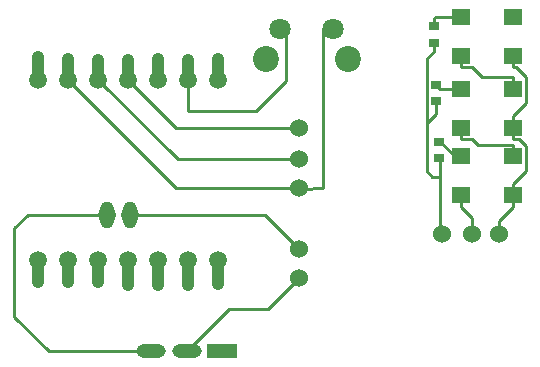
<source format=gtl>
G04 Layer: TopLayer*
G04 EasyEDA v6.5.44, 2024-07-16 23:05:10*
G04 d2859fdac7c24986be9c74e91a94c2b3,2d99afecd3cb4a319326ca3d9e85512b,10*
G04 Gerber Generator version 0.2*
G04 Scale: 100 percent, Rotated: No, Reflected: No *
G04 Dimensions in inches *
G04 leading zeros omitted , absolute positions ,3 integer and 6 decimal *
%FSLAX36Y36*%
%MOIN*%

%ADD10C,0.0100*%
%ADD11C,0.0394*%
%ADD12R,0.0354X0.0315*%
%ADD13R,0.0630X0.0551*%
%ADD14O,0.047244X0.09055099999999999*%
%ADD15R,0.0984X0.0472*%
%ADD16O,0.098425X0.047244*%
%ADD17C,0.0709*%
%ADD18C,0.0866*%
%ADD19C,0.0591*%
%ADD20C,0.0600*%

%LPD*%
D10*
X660000Y2910000D02*
G01*
X395000Y2910000D01*
X350000Y2865000D01*
X350000Y2570000D01*
X465000Y2455000D01*
X806899Y2455000D01*
X1413599Y3530000D02*
G01*
X1380000Y3530000D01*
X1380000Y3110000D01*
X1380000Y3000000D01*
X1305000Y2995000D01*
X1300000Y3000000D01*
X930000Y3360000D02*
G01*
X930000Y3255000D01*
X1155000Y3255000D01*
X1255000Y3355000D01*
X1255000Y3511399D01*
X1236400Y3530000D01*
X1300001Y3200000D02*
G01*
X890001Y3200000D01*
X730001Y3360000D01*
X925000Y2455000D02*
G01*
X1065219Y2595219D01*
X1195219Y2595219D01*
X1300000Y2700000D01*
D11*
X1030000Y3360000D02*
G01*
X1030000Y3430000D01*
X1030000Y2760000D02*
G01*
X1030000Y2680000D01*
X430000Y2760000D02*
G01*
X430000Y2685000D01*
X530000Y2760000D02*
G01*
X530000Y2685000D01*
X630000Y2760000D02*
G01*
X630000Y2685000D01*
X730000Y2760000D02*
G01*
X730000Y2675000D01*
X830000Y2760000D02*
G01*
X830000Y2675000D01*
X930000Y2760000D02*
G01*
X930000Y2675000D01*
X930000Y3360000D02*
G01*
X930000Y3425000D01*
X830000Y3360000D02*
G01*
X830000Y3430000D01*
X730000Y3360000D02*
G01*
X730000Y3425000D01*
X630000Y3360000D02*
G01*
X630000Y3425000D01*
X530000Y3360000D02*
G01*
X530000Y3430000D01*
X430000Y3360000D02*
G01*
X430000Y3435000D01*
D10*
X1300001Y3095000D02*
G01*
X895001Y3095000D01*
X630001Y3360000D01*
X734331Y2910000D02*
G01*
X1185001Y2910000D01*
X1300001Y2795000D01*
X1300001Y3000000D02*
G01*
X890001Y3000000D01*
X530001Y3360000D01*
X1838388Y3569971D02*
G01*
X1755668Y3569971D01*
X1750000Y3564299D01*
X1750000Y3537559D02*
G01*
X1750000Y3564299D01*
X1750000Y3482438D02*
G01*
X1750000Y3455700D01*
X1838388Y3329971D02*
G01*
X1795897Y3329971D01*
X1875000Y2840000D02*
G01*
X1875000Y2899888D01*
X1838388Y2936498D01*
X1838388Y2975048D02*
G01*
X1838388Y2936498D01*
X1838388Y3161498D02*
G01*
X1876938Y3161498D01*
X1894921Y3143521D01*
X2011611Y3143521D01*
X2011611Y3104971D02*
G01*
X2011611Y3143521D01*
X1838388Y3200048D02*
G01*
X1838388Y3161498D01*
X1965000Y2835000D02*
G01*
X1965000Y2889888D01*
X2011611Y2936498D01*
X2011611Y2955779D02*
G01*
X2011611Y2936498D01*
X2011611Y2955779D02*
G01*
X2011611Y2975048D01*
X2011611Y3013589D02*
G01*
X2054170Y3056149D01*
X2054170Y3138209D01*
X2030879Y3161498D01*
X2011611Y3161498D01*
X2011611Y2975048D02*
G01*
X2011611Y3013589D01*
X2011611Y3180779D02*
G01*
X2011611Y3161498D01*
X2011611Y3180779D02*
G01*
X2011611Y3200048D01*
X2011611Y3238589D02*
G01*
X2054170Y3281149D01*
X2054170Y3368578D01*
X2021250Y3401498D01*
X2011611Y3401498D01*
X2011611Y3200048D02*
G01*
X2011611Y3238589D01*
X2011611Y3440048D02*
G01*
X2011611Y3401498D01*
X1838388Y3401498D02*
G01*
X1876938Y3401498D01*
X1909921Y3368521D01*
X2011611Y3368521D01*
X2011611Y3329971D02*
G01*
X2011611Y3368521D01*
X1838388Y3440048D02*
G01*
X1838388Y3401498D01*
X1775000Y2845000D02*
G01*
X1770000Y2850000D01*
X1770000Y3097438D01*
X1770000Y3152561D02*
G01*
X1817597Y3104960D01*
X1838388Y3104960D01*
X1770000Y3036731D02*
G01*
X1743266Y3036731D01*
X1725000Y3055000D01*
X1725000Y3215000D01*
X1755000Y3245000D01*
X1755000Y3287438D01*
X1725000Y3215000D02*
G01*
X1725000Y3430000D01*
X1750000Y3455000D01*
X1750000Y3482438D01*
X1755000Y3342561D02*
G01*
X1767597Y3329960D01*
X1838388Y3329960D01*
D12*
G01*
X1750000Y3537559D03*
G01*
X1750000Y3482440D03*
G01*
X1755000Y3342559D03*
G01*
X1755000Y3287440D03*
G01*
X1765000Y3152559D03*
G01*
X1765000Y3097440D03*
D13*
G01*
X1838389Y2975039D03*
G01*
X1838389Y3104960D03*
G01*
X2011610Y3104960D03*
G01*
X2011610Y2975039D03*
G01*
X1838389Y3200039D03*
G01*
X1838389Y3329960D03*
G01*
X2011610Y3329960D03*
G01*
X2011610Y3200039D03*
G01*
X1838389Y3440039D03*
G01*
X1838389Y3569960D03*
G01*
X2011610Y3569960D03*
G01*
X2011610Y3440039D03*
D14*
G01*
X660000Y2910000D03*
G01*
X734329Y2910000D03*
D15*
G01*
X1043109Y2455000D03*
D16*
G01*
X925000Y2455000D03*
G01*
X806890Y2455000D03*
D17*
G01*
X1413590Y3530000D03*
G01*
X1236409Y3530000D03*
D18*
G01*
X1187209Y3430000D03*
G01*
X1462790Y3430000D03*
D19*
G01*
X430000Y2760000D03*
G01*
X930000Y3360000D03*
G01*
X830000Y3360000D03*
G01*
X730000Y3360000D03*
G01*
X630000Y3360000D03*
G01*
X530000Y3360000D03*
G01*
X430000Y3360000D03*
G01*
X1030000Y3360000D03*
G01*
X530000Y2760000D03*
G01*
X630000Y2760000D03*
G01*
X730000Y2760000D03*
G01*
X830000Y2760000D03*
G01*
X930000Y2760000D03*
G01*
X1030000Y2760000D03*
D20*
G01*
X1965000Y2845000D03*
G01*
X1300000Y3095000D03*
G01*
X1300000Y2795000D03*
G01*
X1300000Y2700000D03*
G01*
X1300000Y3200000D03*
G01*
X1875000Y2845000D03*
G01*
X1775000Y2845000D03*
G01*
X1300000Y3000000D03*
D19*
G01*
X660000Y2910000D03*
G01*
X734329Y2910000D03*
M02*

</source>
